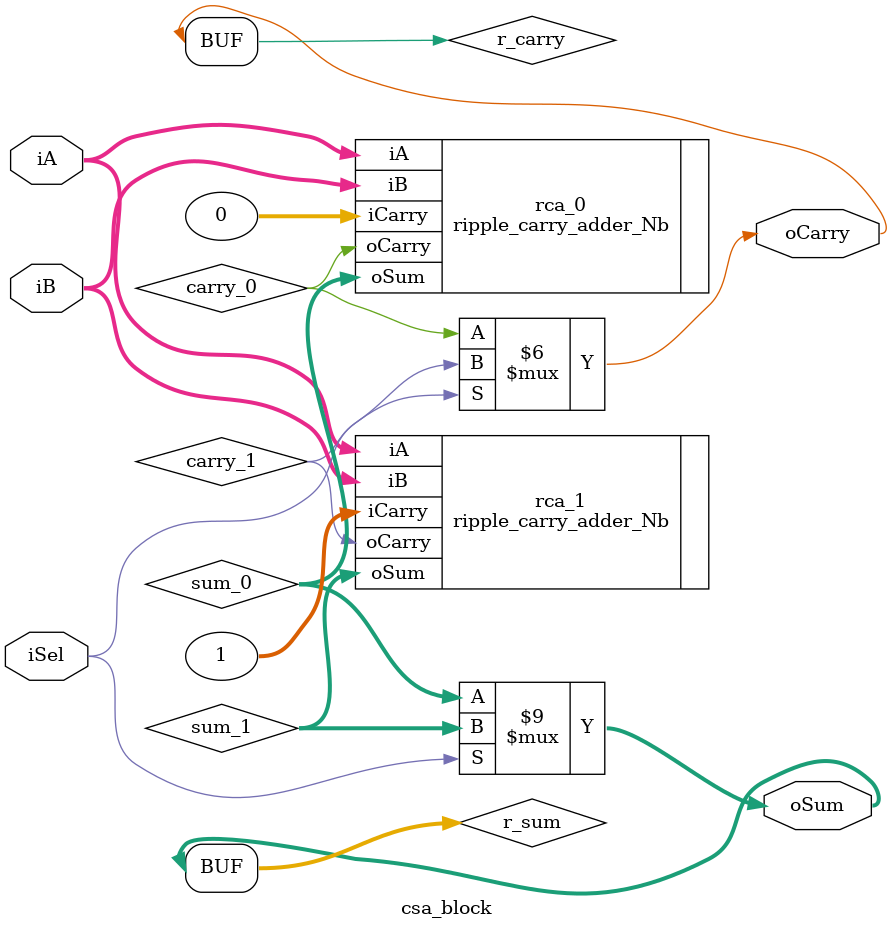
<source format=v>
`timescale 1ns / 1ps

module csa_block#(
    parameter BLOCK_WIDTH = 4
    )(
    input   wire [BLOCK_WIDTH-1:0]  iA, iB, 
    input   wire                    iSel,
    output  wire [BLOCK_WIDTH-1:0]  oSum, 
    output  wire                    oCarry
    );

    wire[BLOCK_WIDTH-1:0] sum_1;
    wire[BLOCK_WIDTH-1:0] sum_0;

    wire carry_1;
    wire carry_0;

    reg[BLOCK_WIDTH-1:0] r_sum;
    reg r_carry;

    ripple_carry_adder_Nb #(.ADDER_WIDTH(BLOCK_WIDTH)) rca_1(.iA(iA), .iB(iB), .iCarry(1), .oSum(sum_1), .oCarry(carry_1));
    ripple_carry_adder_Nb #(.ADDER_WIDTH(BLOCK_WIDTH)) rca_0(.iA(iA), .iB(iB), .iCarry(0), .oSum(sum_0), .oCarry(carry_0));

    always @(*)
    begin
        if(iSel == 1) begin
            r_sum <= sum_1;
            r_carry <= carry_1;
        end else begin
            r_sum <= sum_0;
            r_carry <= carry_0;
        end
    end
    assign oSum = r_sum;
    assign oCarry = r_carry;
endmodule
</source>
